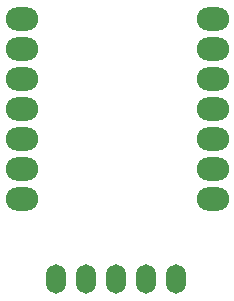
<source format=gbr>
%TF.GenerationSoftware,KiCad,Pcbnew,7.0.9*%
%TF.CreationDate,2024-03-01T15:48:56+09:00*%
%TF.ProjectId,LineIntegratedBoard2,4c696e65-496e-4746-9567-726174656442,rev?*%
%TF.SameCoordinates,Original*%
%TF.FileFunction,Paste,Top*%
%TF.FilePolarity,Positive*%
%FSLAX46Y46*%
G04 Gerber Fmt 4.6, Leading zero omitted, Abs format (unit mm)*
G04 Created by KiCad (PCBNEW 7.0.9) date 2024-03-01 15:48:56*
%MOMM*%
%LPD*%
G01*
G04 APERTURE LIST*
%ADD10O,1.700000X2.500000*%
%ADD11O,2.748280X1.998980*%
G04 APERTURE END LIST*
D10*
%TO.C,J4*%
X147300000Y-112776000D03*
X149840000Y-112776000D03*
X152380000Y-112776000D03*
X154920000Y-112776000D03*
X157460000Y-112776000D03*
%TD*%
D11*
%TO.C,U1*%
X144391317Y-90729367D03*
X144391317Y-93269367D03*
X144391317Y-95809367D03*
X144391317Y-98349367D03*
X144391317Y-100889367D03*
X144391317Y-103429367D03*
X144391317Y-105969367D03*
X160555877Y-105969367D03*
X160555877Y-103429367D03*
X160555877Y-100889367D03*
X160555877Y-98349367D03*
X160555877Y-95809367D03*
X160555877Y-93269367D03*
X160555877Y-90729367D03*
%TD*%
M02*

</source>
